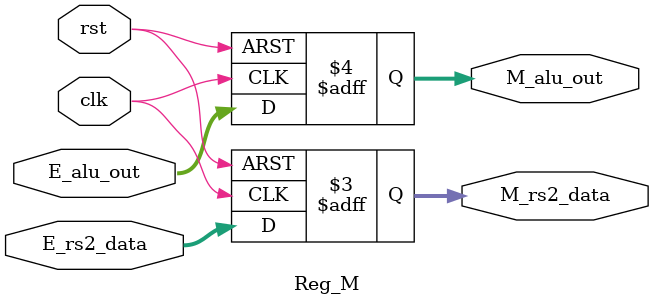
<source format=v>
module Reg_M(
    input clk,
    input rst,
    input [31:0] E_alu_out,
    input [31:0] E_rs2_data,
    output reg [31:0] M_alu_out,
    output reg [31:0] M_rs2_data
);
    //M_alu_out
    always @(posedge clk, posedge rst)begin
        if(rst)begin
            M_alu_out <= 32'd0;
        end
        else begin
            M_alu_out <= E_alu_out;
        end
    end

    //M_rs2_data
    always @(posedge clk, posedge rst)begin
        if(rst)begin
            M_rs2_data <= 32'd0;
        end
        else begin
            M_rs2_data <= E_rs2_data;
        end
    end
endmodule
</source>
